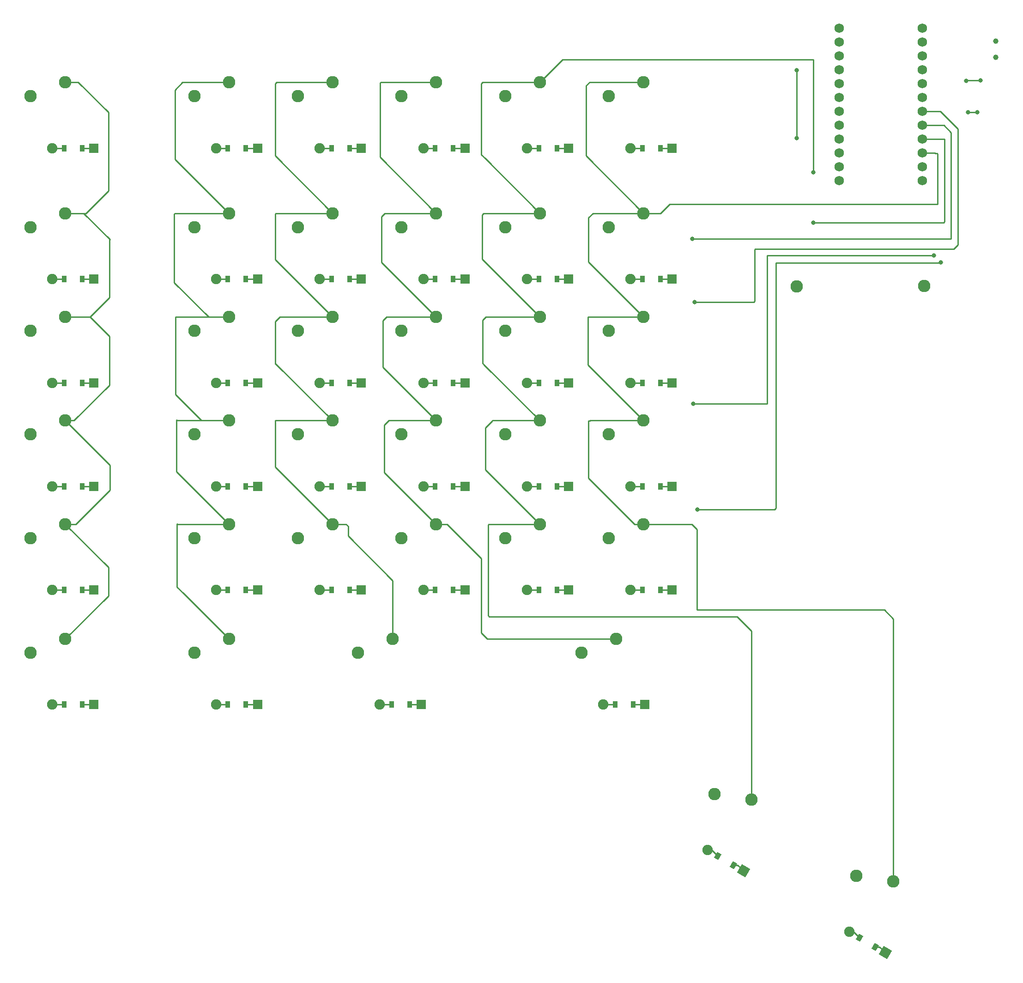
<source format=gbr>
%TF.GenerationSoftware,KiCad,Pcbnew,8.0.5*%
%TF.CreationDate,2024-10-12T19:47:22+02:00*%
%TF.ProjectId,finishedleftpcb,66696e69-7368-4656-946c-656674706362,v1.0.0*%
%TF.SameCoordinates,Original*%
%TF.FileFunction,Copper,L2,Bot*%
%TF.FilePolarity,Positive*%
%FSLAX46Y46*%
G04 Gerber Fmt 4.6, Leading zero omitted, Abs format (unit mm)*
G04 Created by KiCad (PCBNEW 8.0.5) date 2024-10-12 19:47:22*
%MOMM*%
%LPD*%
G01*
G04 APERTURE LIST*
G04 Aperture macros list*
%AMRotRect*
0 Rectangle, with rotation*
0 The origin of the aperture is its center*
0 $1 length*
0 $2 width*
0 $3 Rotation angle, in degrees counterclockwise*
0 Add horizontal line*
21,1,$1,$2,0,0,$3*%
G04 Aperture macros list end*
%TA.AperFunction,ComponentPad*%
%ADD10C,2.286000*%
%TD*%
%TA.AperFunction,ComponentPad*%
%ADD11R,1.778000X1.778000*%
%TD*%
%TA.AperFunction,SMDPad,CuDef*%
%ADD12R,0.900000X1.200000*%
%TD*%
%TA.AperFunction,ComponentPad*%
%ADD13C,1.905000*%
%TD*%
%TA.AperFunction,ComponentPad*%
%ADD14RotRect,1.778000X1.778000X150.000000*%
%TD*%
%TA.AperFunction,SMDPad,CuDef*%
%ADD15RotRect,0.900000X1.200000X150.000000*%
%TD*%
%TA.AperFunction,ComponentPad*%
%ADD16C,1.752600*%
%TD*%
%TA.AperFunction,WasherPad*%
%ADD17C,1.000000*%
%TD*%
%TA.AperFunction,ViaPad*%
%ADD18C,0.800000*%
%TD*%
%TA.AperFunction,Conductor*%
%ADD19C,0.250000*%
%TD*%
G04 APERTURE END LIST*
D10*
%TO.P,S58,1*%
%TO.N,P111*%
X179001601Y-59377468D03*
%TO.P,S58,2*%
%TO.N,f5_escaperow*%
X172651601Y-61917468D03*
%TD*%
%TO.P,S64,1*%
%TO.N,P111*%
X224813465Y-205828059D03*
%TO.P,S64,2*%
%TO.N,thumbkey_thumbrow*%
X218044203Y-204852763D03*
%TD*%
D11*
%TO.P,D60,1*%
%TO.N,P024*%
X108271601Y-173457468D03*
D12*
X106111601Y-173457468D03*
%TO.P,D60,2*%
%TO.N,winkey_thumbrow*%
X102811601Y-173457468D03*
D13*
X100651601Y-173457468D03*
%TD*%
D11*
%TO.P,D22,1*%
%TO.N,P020*%
X78271601Y-133457468D03*
D12*
X76111601Y-133457468D03*
%TO.P,D22,2*%
%TO.N,tabcapsshift_tab*%
X72811601Y-133457468D03*
D13*
X70651601Y-133457468D03*
%TD*%
D10*
%TO.P,S13,1*%
%TO.N,P113*%
X160001601Y-140377468D03*
%TO.P,S13,2*%
%TO.N,4rfvcol_zxcrow*%
X153651601Y-142917468D03*
%TD*%
D11*
%TO.P,D3,1*%
%TO.N,P017*%
X108271601Y-114457468D03*
D12*
X106111601Y-114457468D03*
%TO.P,D3,2*%
%TO.N,1qazcol_qwerow*%
X102811601Y-114457468D03*
D13*
X100651601Y-114457468D03*
%TD*%
D10*
%TO.P,S24,1*%
%TO.N,P031*%
X73001601Y-83377468D03*
%TO.P,S24,2*%
%TO.N,tabcapsshift_shift*%
X66651601Y-85917468D03*
%TD*%
D11*
%TO.P,D17,1*%
%TO.N,P022*%
X184271601Y-152457468D03*
D12*
X182111601Y-152457468D03*
%TO.P,D17,2*%
%TO.N,5tgbcol_zxcrow*%
X178811601Y-152457468D03*
D13*
X176651601Y-152457468D03*
%TD*%
D10*
%TO.P,S1,1*%
%TO.N,P029*%
X103001601Y-140377468D03*
%TO.P,S1,2*%
%TO.N,1qazcol_zxcrow*%
X96651601Y-142917468D03*
%TD*%
%TO.P,S54,1*%
%TO.N,P029*%
X103001601Y-59377468D03*
%TO.P,S54,2*%
%TO.N,f1_escaperow*%
X96651601Y-61917468D03*
%TD*%
D11*
%TO.P,D12,1*%
%TO.N,P008*%
X146271601Y-95457468D03*
D12*
X144111601Y-95457468D03*
%TO.P,D12,2*%
%TO.N,3edccol_numberrow*%
X140811601Y-95457468D03*
D13*
X138651601Y-95457468D03*
%TD*%
D10*
%TO.P,S15,1*%
%TO.N,P113*%
X160001601Y-102377468D03*
%TO.P,S15,2*%
%TO.N,4rfvcol_qwerow*%
X153651601Y-104917468D03*
%TD*%
%TO.P,S23,1*%
%TO.N,P031*%
X73001601Y-102377468D03*
%TO.P,S23,2*%
%TO.N,tabcapsshift_caps*%
X66651601Y-104917468D03*
%TD*%
%TO.P,S11,1*%
%TO.N,P115*%
X141001601Y-102377468D03*
%TO.P,S11,2*%
%TO.N,3edccol_qwerow*%
X134651601Y-104917468D03*
%TD*%
D11*
%TO.P,D20,1*%
%TO.N,P008*%
X184271601Y-95457468D03*
D12*
X182111601Y-95457468D03*
%TO.P,D20,2*%
%TO.N,5tgbcol_numberrow*%
X178811601Y-95457468D03*
D13*
X176651601Y-95457468D03*
%TD*%
D10*
%TO.P,S16,1*%
%TO.N,P113*%
X160001601Y-83377468D03*
%TO.P,S16,2*%
%TO.N,4rfvcol_numberrow*%
X153651601Y-85917468D03*
%TD*%
%TO.P,,1*%
%TO.N,batteryplus*%
X230500000Y-96700000D03*
%TD*%
D11*
%TO.P,D23,1*%
%TO.N,P017*%
X78271601Y-114457468D03*
D12*
X76111601Y-114457468D03*
%TO.P,D23,2*%
%TO.N,tabcapsshift_caps*%
X72811601Y-114457468D03*
D13*
X70651601Y-114457468D03*
%TD*%
D11*
%TO.P,D16,1*%
%TO.N,P008*%
X165271601Y-95457468D03*
D12*
X163111601Y-95457468D03*
%TO.P,D16,2*%
%TO.N,4rfvcol_numberrow*%
X159811601Y-95457468D03*
D13*
X157651601Y-95457468D03*
%TD*%
D10*
%TO.P,S56,1*%
%TO.N,P115*%
X141001601Y-59377468D03*
%TO.P,S56,2*%
%TO.N,f3_escaperow*%
X134651601Y-61917468D03*
%TD*%
%TO.P,S17,1*%
%TO.N,P111*%
X179001601Y-140377468D03*
%TO.P,S17,2*%
%TO.N,5tgbcol_zxcrow*%
X172651601Y-142917468D03*
%TD*%
D11*
%TO.P,D61,1*%
%TO.N,P024*%
X138271601Y-173457468D03*
D12*
X136111601Y-173457468D03*
%TO.P,D61,2*%
%TO.N,alt_thumbrow*%
X132811601Y-173457468D03*
D13*
X130651601Y-173457468D03*
%TD*%
D10*
%TO.P,S7,1*%
%TO.N,P002*%
X122001601Y-102377468D03*
%TO.P,S7,2*%
%TO.N,2wsxcol_qwerow*%
X115651601Y-104917468D03*
%TD*%
%TO.P,S55,1*%
%TO.N,P002*%
X122001601Y-59377468D03*
%TO.P,S55,2*%
%TO.N,f2_escaperow*%
X115651601Y-61917468D03*
%TD*%
D11*
%TO.P,D62,1*%
%TO.N,P024*%
X179271601Y-173457468D03*
D12*
X177111601Y-173457468D03*
%TO.P,D62,2*%
%TO.N,space_thumbrow*%
X173811601Y-173457468D03*
D13*
X171651601Y-173457468D03*
%TD*%
D10*
%TO.P,S20,1*%
%TO.N,P111*%
X179001601Y-83377468D03*
%TO.P,S20,2*%
%TO.N,5tgbcol_numberrow*%
X172651601Y-85917468D03*
%TD*%
D11*
%TO.P,D58,1*%
%TO.N,P006*%
X184271601Y-71457468D03*
D12*
X182111601Y-71457468D03*
%TO.P,D58,2*%
%TO.N,f5_escaperow*%
X178811601Y-71457468D03*
D13*
X176651601Y-71457468D03*
%TD*%
D10*
%TO.P,S60,1*%
%TO.N,P029*%
X103001601Y-161377468D03*
%TO.P,S60,2*%
%TO.N,winkey_thumbrow*%
X96651601Y-163917468D03*
%TD*%
D11*
%TO.P,D5,1*%
%TO.N,P022*%
X127271601Y-152457468D03*
D12*
X125111601Y-152457468D03*
%TO.P,D5,2*%
%TO.N,2wsxcol_zxcrow*%
X121811601Y-152457468D03*
D13*
X119651601Y-152457468D03*
%TD*%
D14*
%TO.P,D63,1*%
%TO.N,P024*%
X197356657Y-203924646D03*
D15*
X195486042Y-202844646D03*
%TO.P,D63,2*%
%TO.N,ctrl2_thumbrow*%
X192628158Y-201194646D03*
D13*
X190757543Y-200114646D03*
%TD*%
D10*
%TO.P,S62,1*%
%TO.N,P115*%
X174001601Y-161377468D03*
%TO.P,S62,2*%
%TO.N,space_thumbrow*%
X167651601Y-163917468D03*
%TD*%
D11*
%TO.P,D54,1*%
%TO.N,P006*%
X108271601Y-71457468D03*
D12*
X106111601Y-71457468D03*
%TO.P,D54,2*%
%TO.N,f1_escaperow*%
X102811601Y-71457468D03*
D13*
X100651601Y-71457468D03*
%TD*%
D10*
%TO.P,S4,1*%
%TO.N,P029*%
X103001601Y-83377468D03*
%TO.P,S4,2*%
%TO.N,1qazcol_numberrow*%
X96651601Y-85917468D03*
%TD*%
D11*
%TO.P,D21,1*%
%TO.N,P022*%
X78271601Y-152457468D03*
D12*
X76111601Y-152457468D03*
%TO.P,D21,2*%
%TO.N,tabcapsshift_tylda*%
X72811601Y-152457468D03*
D13*
X70651601Y-152457468D03*
%TD*%
D10*
%TO.P,S8,1*%
%TO.N,P002*%
X122001601Y-83377468D03*
%TO.P,S8,2*%
%TO.N,2wsxcol_numberrow*%
X115651601Y-85917468D03*
%TD*%
D11*
%TO.P,D57,1*%
%TO.N,P006*%
X165271601Y-71457468D03*
D12*
X163111601Y-71457468D03*
%TO.P,D57,2*%
%TO.N,f4_escaperow*%
X159811601Y-71457468D03*
D13*
X157651601Y-71457468D03*
%TD*%
D10*
%TO.P,S21,1*%
%TO.N,P031*%
X73001601Y-140377468D03*
%TO.P,S21,2*%
%TO.N,tabcapsshift_tylda*%
X66651601Y-142917468D03*
%TD*%
%TO.P,S12,1*%
%TO.N,P115*%
X141001601Y-83377468D03*
%TO.P,S12,2*%
%TO.N,3edccol_numberrow*%
X134651601Y-85917468D03*
%TD*%
D11*
%TO.P,D59,1*%
%TO.N,P024*%
X78271601Y-173457468D03*
D12*
X76111601Y-173457468D03*
%TO.P,D59,2*%
%TO.N,ctrl_thumbrow*%
X72811601Y-173457468D03*
D13*
X70651601Y-173457468D03*
%TD*%
D10*
%TO.P,S3,1*%
%TO.N,P029*%
X103001601Y-102377468D03*
%TO.P,S3,2*%
%TO.N,1qazcol_qwerow*%
X96651601Y-104917468D03*
%TD*%
D11*
%TO.P,D11,1*%
%TO.N,P017*%
X146271601Y-114457468D03*
D12*
X144111601Y-114457468D03*
%TO.P,D11,2*%
%TO.N,3edccol_qwerow*%
X140811601Y-114457468D03*
D13*
X138651601Y-114457468D03*
%TD*%
D11*
%TO.P,D6,1*%
%TO.N,P020*%
X127271601Y-133457468D03*
D12*
X125111601Y-133457468D03*
%TO.P,D6,2*%
%TO.N,2wsxcol_asdrow*%
X121811601Y-133457468D03*
D13*
X119651601Y-133457468D03*
%TD*%
D16*
%TO.P,MCU1,1*%
%TO.N,P006*%
X214841601Y-49487468D03*
%TO.P,MCU1,2*%
%TO.N,P008*%
X214841601Y-52027468D03*
%TO.P,MCU1,3*%
%TO.N,GND*%
X214841601Y-54567468D03*
%TO.P,MCU1,4*%
X214841601Y-57107468D03*
%TO.P,MCU1,5*%
%TO.N,P017*%
X214841601Y-59647468D03*
%TO.P,MCU1,6*%
%TO.N,P020*%
X214841601Y-62187468D03*
%TO.P,MCU1,7*%
%TO.N,P022*%
X214841601Y-64727468D03*
%TO.P,MCU1,8*%
%TO.N,P024*%
X214841601Y-67267468D03*
%TO.P,MCU1,9*%
%TO.N,P100*%
X214841601Y-69807468D03*
%TO.P,MCU1,10*%
%TO.N,P011*%
X214841601Y-72347468D03*
%TO.P,MCU1,11*%
%TO.N,P104*%
X214841601Y-74887468D03*
%TO.P,MCU1,12*%
%TO.N,P106*%
X214841601Y-77427468D03*
%TO.P,MCU1,13*%
%TO.N,P009*%
X230081601Y-77427468D03*
%TO.P,MCU1,14*%
%TO.N,P010*%
X230081601Y-74887468D03*
%TO.P,MCU1,15*%
%TO.N,P111*%
X230081601Y-72347468D03*
%TO.P,MCU1,16*%
%TO.N,P113*%
X230081601Y-69807468D03*
%TO.P,MCU1,17*%
%TO.N,P115*%
X230081601Y-67267468D03*
%TO.P,MCU1,18*%
%TO.N,P002*%
X230081601Y-64727468D03*
%TO.P,MCU1,19*%
%TO.N,P029*%
X230081601Y-62187468D03*
%TO.P,MCU1,20*%
%TO.N,P031*%
X230081601Y-59647468D03*
%TO.P,MCU1,21*%
%TO.N,VCC*%
X230081601Y-57107468D03*
%TO.P,MCU1,22*%
%TO.N,RST*%
X230081601Y-54567468D03*
%TO.P,MCU1,23*%
%TO.N,GND*%
X230081601Y-52027468D03*
%TO.P,MCU1,24*%
%TO.N,RAW*%
X230081601Y-49487468D03*
%TD*%
D11*
%TO.P,D14,1*%
%TO.N,P020*%
X165271601Y-133457468D03*
D12*
X163111601Y-133457468D03*
%TO.P,D14,2*%
%TO.N,4rfvcol_asdrow*%
X159811601Y-133457468D03*
D13*
X157651601Y-133457468D03*
%TD*%
D10*
%TO.P,S2,1*%
%TO.N,P029*%
X103001601Y-121377468D03*
%TO.P,S2,2*%
%TO.N,1qazcol_asdrow*%
X96651601Y-123917468D03*
%TD*%
%TO.P,S10,1*%
%TO.N,P115*%
X141001601Y-121377468D03*
%TO.P,S10,2*%
%TO.N,3edccol_asdrow*%
X134651601Y-123917468D03*
%TD*%
D11*
%TO.P,D13,1*%
%TO.N,P022*%
X165271601Y-152457468D03*
D12*
X163111601Y-152457468D03*
%TO.P,D13,2*%
%TO.N,4rfvcol_zxcrow*%
X159811601Y-152457468D03*
D13*
X157651601Y-152457468D03*
%TD*%
D11*
%TO.P,D18,1*%
%TO.N,P020*%
X184271601Y-133457468D03*
D12*
X182111601Y-133457468D03*
%TO.P,D18,2*%
%TO.N,5tgbcol_asdrow*%
X178811601Y-133457468D03*
D13*
X176651601Y-133457468D03*
%TD*%
D11*
%TO.P,D4,1*%
%TO.N,P008*%
X108271601Y-95457468D03*
D12*
X106111601Y-95457468D03*
%TO.P,D4,2*%
%TO.N,1qazcol_numberrow*%
X102811601Y-95457468D03*
D13*
X100651601Y-95457468D03*
%TD*%
D10*
%TO.P,S6,1*%
%TO.N,P002*%
X122001601Y-121377468D03*
%TO.P,S6,2*%
%TO.N,2wsxcol_asdrow*%
X115651601Y-123917468D03*
%TD*%
%TO.P,S22,1*%
%TO.N,P031*%
X73001601Y-121377468D03*
%TO.P,S22,2*%
%TO.N,tabcapsshift_tab*%
X66651601Y-123917468D03*
%TD*%
D11*
%TO.P,D7,1*%
%TO.N,P017*%
X127271601Y-114457468D03*
D12*
X125111601Y-114457468D03*
%TO.P,D7,2*%
%TO.N,2wsxcol_qwerow*%
X121811601Y-114457468D03*
D13*
X119651601Y-114457468D03*
%TD*%
D10*
%TO.P,S57,1*%
%TO.N,P113*%
X160001601Y-59377468D03*
%TO.P,S57,2*%
%TO.N,f4_escaperow*%
X153651601Y-61917468D03*
%TD*%
D11*
%TO.P,D56,1*%
%TO.N,P006*%
X146271601Y-71457468D03*
D12*
X144111601Y-71457468D03*
%TO.P,D56,2*%
%TO.N,f3_escaperow*%
X140811601Y-71457468D03*
D13*
X138651601Y-71457468D03*
%TD*%
D10*
%TO.P,S63,1*%
%TO.N,P113*%
X198832703Y-190828059D03*
%TO.P,S63,2*%
%TO.N,ctrl2_thumbrow*%
X192063441Y-189852763D03*
%TD*%
%TO.P,S59,1*%
%TO.N,P031*%
X73001601Y-161377468D03*
%TO.P,S59,2*%
%TO.N,ctrl_thumbrow*%
X66651601Y-163917468D03*
%TD*%
%TO.P,S19,1*%
%TO.N,P111*%
X179001601Y-102377468D03*
%TO.P,S19,2*%
%TO.N,5tgbcol_qwerow*%
X172651601Y-104917468D03*
%TD*%
D11*
%TO.P,D15,1*%
%TO.N,P017*%
X165271601Y-114457468D03*
D12*
X163111601Y-114457468D03*
%TO.P,D15,2*%
%TO.N,4rfvcol_qwerow*%
X159811601Y-114457468D03*
D13*
X157651601Y-114457468D03*
%TD*%
D10*
%TO.P,S53,1*%
%TO.N,P031*%
X73001601Y-59377468D03*
%TO.P,S53,2*%
%TO.N,esc_escaperow*%
X66651601Y-61917468D03*
%TD*%
D11*
%TO.P,D2,1*%
%TO.N,P020*%
X108271601Y-133457468D03*
D12*
X106111601Y-133457468D03*
%TO.P,D2,2*%
%TO.N,1qazcol_asdrow*%
X102811601Y-133457468D03*
D13*
X100651601Y-133457468D03*
%TD*%
D10*
%TO.P,S18,1*%
%TO.N,P111*%
X179001601Y-121377468D03*
%TO.P,S18,2*%
%TO.N,5tgbcol_asdrow*%
X172651601Y-123917468D03*
%TD*%
D11*
%TO.P,D53,1*%
%TO.N,P006*%
X78271601Y-71457468D03*
D12*
X76111601Y-71457468D03*
%TO.P,D53,2*%
%TO.N,esc_escaperow*%
X72811601Y-71457468D03*
D13*
X70651601Y-71457468D03*
%TD*%
D14*
%TO.P,D64,1*%
%TO.N,P024*%
X223337419Y-218924646D03*
D15*
X221466804Y-217844646D03*
%TO.P,D64,2*%
%TO.N,thumbkey_thumbrow*%
X218608920Y-216194646D03*
D13*
X216738305Y-215114646D03*
%TD*%
D11*
%TO.P,D55,1*%
%TO.N,P006*%
X127271601Y-71457468D03*
D12*
X125111601Y-71457468D03*
%TO.P,D55,2*%
%TO.N,f2_escaperow*%
X121811601Y-71457468D03*
D13*
X119651601Y-71457468D03*
%TD*%
D10*
%TO.P,,1*%
%TO.N,GND*%
X207100000Y-96800000D03*
%TD*%
%TO.P,S9,1*%
%TO.N,P115*%
X141001601Y-140377468D03*
%TO.P,S9,2*%
%TO.N,3edccol_zxcrow*%
X134651601Y-142917468D03*
%TD*%
D11*
%TO.P,D24,1*%
%TO.N,P008*%
X78271601Y-95457468D03*
D12*
X76111601Y-95457468D03*
%TO.P,D24,2*%
%TO.N,tabcapsshift_shift*%
X72811601Y-95457468D03*
D13*
X70651601Y-95457468D03*
%TD*%
D10*
%TO.P,S5,1*%
%TO.N,P002*%
X122001601Y-140377468D03*
%TO.P,S5,2*%
%TO.N,2wsxcol_zxcrow*%
X115651601Y-142917468D03*
%TD*%
%TO.P,S61,1*%
%TO.N,P002*%
X133001601Y-161377468D03*
%TO.P,S61,2*%
%TO.N,alt_thumbrow*%
X126651601Y-163917468D03*
%TD*%
D11*
%TO.P,D19,1*%
%TO.N,P017*%
X184271601Y-114457468D03*
D12*
X182111601Y-114457468D03*
%TO.P,D19,2*%
%TO.N,5tgbcol_qwerow*%
X178811601Y-114457468D03*
D13*
X176651601Y-114457468D03*
%TD*%
D11*
%TO.P,D9,1*%
%TO.N,P022*%
X146271601Y-152457468D03*
D12*
X144111601Y-152457468D03*
%TO.P,D9,2*%
%TO.N,3edccol_zxcrow*%
X140811601Y-152457468D03*
D13*
X138651601Y-152457468D03*
%TD*%
D11*
%TO.P,D8,1*%
%TO.N,P008*%
X127271601Y-95457468D03*
D12*
X125111601Y-95457468D03*
%TO.P,D8,2*%
%TO.N,2wsxcol_numberrow*%
X121811601Y-95457468D03*
D13*
X119651601Y-95457468D03*
%TD*%
D11*
%TO.P,D10,1*%
%TO.N,P020*%
X146271601Y-133457468D03*
D12*
X144111601Y-133457468D03*
%TO.P,D10,2*%
%TO.N,3edccol_asdrow*%
X140811601Y-133457468D03*
D13*
X138651601Y-133457468D03*
%TD*%
D10*
%TO.P,S14,1*%
%TO.N,P113*%
X160001601Y-121377468D03*
%TO.P,S14,2*%
%TO.N,4rfvcol_asdrow*%
X153651601Y-123917468D03*
%TD*%
D11*
%TO.P,D1,1*%
%TO.N,P022*%
X108271601Y-152457468D03*
D12*
X106111601Y-152457468D03*
%TO.P,D1,2*%
%TO.N,1qazcol_zxcrow*%
X102811601Y-152457468D03*
D13*
X100651601Y-152457468D03*
%TD*%
D17*
%TO.P,T1,*%
%TO.N,*%
X243600000Y-54800000D03*
X243600000Y-51800000D03*
%TD*%
D18*
%TO.N,P029*%
X188100000Y-118300000D03*
X232200000Y-91100000D03*
%TO.N,P002*%
X188400000Y-99700000D03*
%TO.N,P115*%
X188000000Y-88100000D03*
%TO.N,P113*%
X210100000Y-75900000D03*
X210100000Y-85100000D03*
%TO.N,P031*%
X233500000Y-92400000D03*
X188900000Y-137700000D03*
%TO.N,GND*%
X207100000Y-57200000D03*
X207100000Y-69600000D03*
X238200000Y-59100000D03*
X240800000Y-59000000D03*
%TO.N,RST*%
X240200000Y-64900000D03*
X238500000Y-64900000D03*
%TD*%
D19*
%TO.N,P008*%
X106111601Y-95457468D02*
X108271601Y-95457468D01*
%TO.N,P024*%
X222257419Y-217844646D02*
X223337419Y-218924646D01*
X221466804Y-217844646D02*
X222257419Y-217844646D01*
%TO.N,thumbkey_thumbrow*%
X217528920Y-215114646D02*
X218608920Y-216194646D01*
X216738305Y-215114646D02*
X217528920Y-215114646D01*
%TO.N,P024*%
X195486042Y-202844646D02*
X196276657Y-202844646D01*
X196276657Y-202844646D02*
X197356657Y-203924646D01*
%TO.N,ctrl2_thumbrow*%
X191548158Y-200114646D02*
X192628158Y-201194646D01*
X190757543Y-200114646D02*
X191548158Y-200114646D01*
%TO.N,P024*%
X177111601Y-173457468D02*
X179271601Y-173457468D01*
%TO.N,space_thumbrow*%
X171651601Y-173457468D02*
X173811601Y-173457468D01*
%TO.N,P024*%
X136111601Y-173457468D02*
X138271601Y-173457468D01*
%TO.N,alt_thumbrow*%
X130651601Y-173457468D02*
X132811601Y-173457468D01*
%TO.N,P024*%
X106111601Y-173457468D02*
X108271601Y-173457468D01*
%TO.N,winkey_thumbrow*%
X100651601Y-173457468D02*
X102811601Y-173457468D01*
%TO.N,P024*%
X76111601Y-173457468D02*
X78271601Y-173457468D01*
%TO.N,ctrl_thumbrow*%
X70651601Y-173457468D02*
X72811601Y-173457468D01*
%TO.N,P022*%
X182111601Y-152457468D02*
X184271601Y-152457468D01*
%TO.N,5tgbcol_zxcrow*%
X176651601Y-152457468D02*
X178811601Y-152457468D01*
%TO.N,P022*%
X163111601Y-152457468D02*
X165271601Y-152457468D01*
%TO.N,4rfvcol_zxcrow*%
X157651601Y-152457468D02*
X159811601Y-152457468D01*
%TO.N,P022*%
X144111601Y-152457468D02*
X146271601Y-152457468D01*
%TO.N,3edccol_zxcrow*%
X138651601Y-152457468D02*
X140811601Y-152457468D01*
%TO.N,P022*%
X125111601Y-152457468D02*
X127271601Y-152457468D01*
%TO.N,2wsxcol_zxcrow*%
X119651601Y-152457468D02*
X121811601Y-152457468D01*
%TO.N,P022*%
X106111601Y-152457468D02*
X108271601Y-152457468D01*
%TO.N,1qazcol_zxcrow*%
X100651601Y-152457468D02*
X102811601Y-152457468D01*
%TO.N,P022*%
X76111601Y-152457468D02*
X78271601Y-152457468D01*
%TO.N,tabcapsshift_tylda*%
X70651601Y-152457468D02*
X72811601Y-152457468D01*
%TO.N,P020*%
X182111601Y-133457468D02*
X184271601Y-133457468D01*
%TO.N,5tgbcol_asdrow*%
X176651601Y-133457468D02*
X178811601Y-133457468D01*
%TO.N,P020*%
X163111601Y-133457468D02*
X165271601Y-133457468D01*
%TO.N,4rfvcol_asdrow*%
X157651601Y-133457468D02*
X159811601Y-133457468D01*
%TO.N,P020*%
X144111601Y-133457468D02*
X146271601Y-133457468D01*
%TO.N,3edccol_asdrow*%
X138651601Y-133457468D02*
X140811601Y-133457468D01*
%TO.N,P020*%
X125111601Y-133457468D02*
X127271601Y-133457468D01*
%TO.N,2wsxcol_asdrow*%
X119651601Y-133457468D02*
X121811601Y-133457468D01*
%TO.N,P020*%
X106111601Y-133457468D02*
X108271601Y-133457468D01*
%TO.N,1qazcol_asdrow*%
X100651601Y-133457468D02*
X102811601Y-133457468D01*
%TO.N,P020*%
X76111601Y-133457468D02*
X78271601Y-133457468D01*
%TO.N,tabcapsshift_tab*%
X70651601Y-133457468D02*
X72811601Y-133457468D01*
%TO.N,P017*%
X182111601Y-114457468D02*
X184271601Y-114457468D01*
%TO.N,5tgbcol_qwerow*%
X176651601Y-114457468D02*
X178811601Y-114457468D01*
%TO.N,P017*%
X163111601Y-114457468D02*
X165271601Y-114457468D01*
%TO.N,4rfvcol_qwerow*%
X157651601Y-114457468D02*
X159811601Y-114457468D01*
%TO.N,P017*%
X144111601Y-114457468D02*
X146271601Y-114457468D01*
%TO.N,3edccol_qwerow*%
X138651601Y-114457468D02*
X140811601Y-114457468D01*
%TO.N,P017*%
X125111601Y-114457468D02*
X127271601Y-114457468D01*
%TO.N,2wsxcol_qwerow*%
X119651601Y-114457468D02*
X121811601Y-114457468D01*
%TO.N,P017*%
X106111601Y-114457468D02*
X108271601Y-114457468D01*
%TO.N,1qazcol_qwerow*%
X100651601Y-114457468D02*
X102811601Y-114457468D01*
%TO.N,P017*%
X76111601Y-114457468D02*
X78271601Y-114457468D01*
%TO.N,tabcapsshift_caps*%
X70651601Y-114457468D02*
X72811601Y-114457468D01*
%TO.N,P008*%
X76111601Y-95457468D02*
X78271601Y-95457468D01*
%TO.N,tabcapsshift_shift*%
X70651601Y-95457468D02*
X72811601Y-95457468D01*
%TO.N,1qazcol_numberrow*%
X100651601Y-95457468D02*
X102811601Y-95457468D01*
%TO.N,2wsxcol_numberrow*%
X119651601Y-95457468D02*
X121811601Y-95457468D01*
%TO.N,P008*%
X125111601Y-95457468D02*
X127271601Y-95457468D01*
%TO.N,3edccol_numberrow*%
X138651601Y-95457468D02*
X140811601Y-95457468D01*
%TO.N,P008*%
X144111601Y-95457468D02*
X146271601Y-95457468D01*
%TO.N,4rfvcol_numberrow*%
X157651601Y-95457468D02*
X159811601Y-95457468D01*
%TO.N,P008*%
X163111601Y-95457468D02*
X165271601Y-95457468D01*
%TO.N,5tgbcol_numberrow*%
X176651601Y-95457468D02*
X178811601Y-95457468D01*
%TO.N,P008*%
X182111601Y-95457468D02*
X184271601Y-95457468D01*
%TO.N,P006*%
X182111601Y-71457468D02*
X184271601Y-71457468D01*
%TO.N,f5_escaperow*%
X176651601Y-71457468D02*
X178811601Y-71457468D01*
%TO.N,P006*%
X163111601Y-71457468D02*
X165271601Y-71457468D01*
%TO.N,f4_escaperow*%
X157651601Y-71457468D02*
X159811601Y-71457468D01*
%TO.N,P006*%
X144111601Y-71457468D02*
X146271601Y-71457468D01*
%TO.N,f3_escaperow*%
X138651601Y-71457468D02*
X140811601Y-71457468D01*
%TO.N,P006*%
X125111601Y-71457468D02*
X127271601Y-71457468D01*
%TO.N,f2_escaperow*%
X119651601Y-71457468D02*
X121811601Y-71457468D01*
%TO.N,P006*%
X106111601Y-71457468D02*
X108271601Y-71457468D01*
%TO.N,f1_escaperow*%
X100651601Y-71457468D02*
X102811601Y-71457468D01*
%TO.N,P006*%
X76111601Y-71457468D02*
X78271601Y-71457468D01*
%TO.N,esc_escaperow*%
X70757468Y-71457468D02*
X72811601Y-71457468D01*
X70700000Y-71400000D02*
X70757468Y-71457468D01*
X70651601Y-71448399D02*
X70700000Y-71400000D01*
X70651601Y-71457468D02*
X70651601Y-71448399D01*
%TO.N,P029*%
X99277468Y-102377468D02*
X103001601Y-102377468D01*
X93222532Y-102377468D02*
X93200000Y-102400000D01*
X93577468Y-140377468D02*
X93500000Y-140300000D01*
X93500000Y-151875868D02*
X94662066Y-153037934D01*
X103001601Y-102377468D02*
X93222532Y-102377468D01*
X97977468Y-121377468D02*
X103001601Y-121377468D01*
X93477468Y-121377468D02*
X93400000Y-121300000D01*
X93200000Y-116600000D02*
X97977468Y-121377468D01*
X93100000Y-60800000D02*
X93100000Y-73475867D01*
X93400000Y-121300000D02*
X93400000Y-130775867D01*
X93000000Y-96100000D02*
X99277468Y-102377468D01*
X93200000Y-102400000D02*
X93200000Y-116600000D01*
X93400000Y-130775867D02*
X103001601Y-140377468D01*
X103001601Y-83377468D02*
X93122532Y-83377468D01*
X103001601Y-161377468D02*
X103001601Y-161598399D01*
X93122532Y-83377468D02*
X93000000Y-83500000D01*
X94522532Y-59377468D02*
X93100000Y-60800000D01*
X103001601Y-59377468D02*
X94522532Y-59377468D01*
X188100000Y-118300000D02*
X201700000Y-118300000D01*
X201700000Y-91100000D02*
X232200000Y-91100000D01*
X201700000Y-118300000D02*
X201700000Y-91100000D01*
X93000000Y-83500000D02*
X93000000Y-96100000D01*
X94662066Y-153037934D02*
X103001601Y-161377468D01*
X103001601Y-140377468D02*
X93577468Y-140377468D01*
X103001601Y-121377468D02*
X93477468Y-121377468D01*
X93100000Y-73475867D02*
X103001601Y-83377468D01*
X103000000Y-161600000D02*
X103001601Y-161598399D01*
X93500000Y-140300000D02*
X93500000Y-151875868D01*
%TO.N,P002*%
X124850000Y-142550000D02*
X133001601Y-150701601D01*
X122001601Y-83377468D02*
X111500000Y-72875867D01*
X199400000Y-90000000D02*
X199500000Y-89900000D01*
X199200000Y-99700000D02*
X199400000Y-99500000D01*
X199400000Y-99500000D02*
X199400000Y-90000000D01*
X124850000Y-140750000D02*
X124850000Y-142550000D01*
X235900000Y-89900000D02*
X236600000Y-89200000D01*
X111622532Y-83377468D02*
X122001601Y-83377468D01*
X111722532Y-59377468D02*
X122001601Y-59377468D01*
X199500000Y-89900000D02*
X235900000Y-89900000D01*
X111500000Y-129875867D02*
X111500000Y-121400000D01*
X111500000Y-111000000D02*
X111624133Y-111000000D01*
X111522532Y-121377468D02*
X122001601Y-121377468D01*
X122001601Y-102377468D02*
X111500000Y-91875867D01*
X233427468Y-64727468D02*
X230081601Y-64727468D01*
X133001601Y-150701601D02*
X133001601Y-161377468D01*
X236600000Y-67900000D02*
X233427468Y-64727468D01*
X122001601Y-102377468D02*
X112322532Y-102377468D01*
X188400000Y-99700000D02*
X199200000Y-99700000D01*
X124477468Y-140377468D02*
X124850000Y-140750000D01*
X111500000Y-103200000D02*
X111500000Y-111000000D01*
X122001601Y-140377468D02*
X111500000Y-129875867D01*
X111500000Y-83500000D02*
X111622532Y-83377468D01*
X111500000Y-72875867D02*
X111500000Y-59600000D01*
X112322532Y-102377468D02*
X111500000Y-103200000D01*
X111500000Y-91875867D02*
X111500000Y-83500000D01*
X111624133Y-111000000D02*
X122001601Y-121377468D01*
X122001601Y-140377468D02*
X124477468Y-140377468D01*
X111500000Y-59600000D02*
X111722532Y-59377468D01*
X111500000Y-121400000D02*
X111522532Y-121377468D01*
X236600000Y-89200000D02*
X236600000Y-67900000D01*
%TO.N,P115*%
X149300000Y-146700000D02*
X142977468Y-140377468D01*
X141001601Y-83377468D02*
X130700000Y-73075867D01*
X141001601Y-121377468D02*
X132322532Y-121377468D01*
X131000000Y-83977468D02*
X131600000Y-83377468D01*
X235400000Y-88100000D02*
X235400000Y-68600000D01*
X131922532Y-102377468D02*
X131200000Y-103100000D01*
X131600000Y-83377468D02*
X141001601Y-83377468D01*
X132322532Y-121377468D02*
X131500000Y-122200000D01*
X131200000Y-111600000D02*
X131224134Y-111600000D01*
X141001601Y-102377468D02*
X131000000Y-92375867D01*
X131224134Y-111600000D02*
X133312067Y-113687933D01*
X150377468Y-161377468D02*
X149300000Y-160300000D01*
X149300000Y-160300000D02*
X149300000Y-146700000D01*
X141001601Y-102377468D02*
X131922532Y-102377468D01*
X142977468Y-140377468D02*
X141001601Y-140377468D01*
X131000000Y-92375867D02*
X131000000Y-83977468D01*
X234067468Y-67267468D02*
X230081601Y-67267468D01*
X130822532Y-59377468D02*
X141001601Y-59377468D01*
X174001601Y-161377468D02*
X150377468Y-161377468D01*
X131200000Y-103100000D02*
X131200000Y-111600000D01*
X130700000Y-73075867D02*
X130700000Y-59500000D01*
X131500000Y-130875867D02*
X141001601Y-140377468D01*
X131500000Y-122200000D02*
X131500000Y-130875867D01*
X188000000Y-88100000D02*
X235400000Y-88100000D01*
X133312067Y-113687933D02*
X141001601Y-121377468D01*
X235400000Y-68600000D02*
X234067468Y-67267468D01*
X130700000Y-59500000D02*
X130822532Y-59377468D01*
%TO.N,P113*%
X198832703Y-159932703D02*
X198832703Y-190828059D01*
X210000000Y-75700000D02*
X210100000Y-75800000D01*
X151300000Y-121377468D02*
X160001601Y-121377468D01*
X196200000Y-157300000D02*
X198832703Y-159932703D01*
X160001601Y-140377468D02*
X150622532Y-140377468D01*
X149300000Y-59600000D02*
X149300000Y-72675868D01*
X160001601Y-59377468D02*
X149522532Y-59377468D01*
X210100000Y-75800000D02*
X210100000Y-75900000D01*
X149912066Y-73287934D02*
X160001601Y-83377468D01*
X160001601Y-102377468D02*
X150122532Y-102377468D01*
X210100000Y-55200000D02*
X210100000Y-75600000D01*
X160001601Y-140377468D02*
X150024133Y-130400000D01*
X149500000Y-103000000D02*
X149500000Y-110875868D01*
X150024133Y-130400000D02*
X150000000Y-130400000D01*
X234200000Y-69800000D02*
X233900000Y-69800000D01*
X233892532Y-69807468D02*
X230081601Y-69807468D01*
X234200000Y-84900000D02*
X234200000Y-69800000D01*
X149522532Y-59377468D02*
X149300000Y-59600000D01*
X234000000Y-85100000D02*
X234200000Y-84900000D01*
X149812066Y-111187934D02*
X160001601Y-121377468D01*
X210100000Y-75600000D02*
X210000000Y-75700000D01*
X164179069Y-55200000D02*
X210100000Y-55200000D01*
X149424133Y-91800000D02*
X149400000Y-91800000D01*
X149300000Y-72675868D02*
X149912066Y-73287934D01*
X149500000Y-110875868D02*
X149812066Y-111187934D01*
X149400000Y-83700000D02*
X149722532Y-83377468D01*
X149722532Y-83377468D02*
X160001601Y-83377468D01*
X151300000Y-121400000D02*
X150000000Y-122700000D01*
X233900000Y-69800000D02*
X233892532Y-69807468D01*
X149400000Y-91800000D02*
X149400000Y-83700000D01*
X150500000Y-157100000D02*
X150700000Y-157300000D01*
X150122532Y-102377468D02*
X149500000Y-103000000D01*
X160001601Y-102377468D02*
X149424133Y-91800000D01*
X150000000Y-130400000D02*
X150000000Y-122700000D01*
X151300000Y-121377468D02*
X151300000Y-121400000D01*
X150700000Y-157300000D02*
X196200000Y-157300000D01*
X160001601Y-59377468D02*
X164179069Y-55200000D01*
X150622532Y-140377468D02*
X150500000Y-140500000D01*
X150500000Y-140500000D02*
X150500000Y-157100000D01*
X210100000Y-85100000D02*
X234000000Y-85100000D01*
%TO.N,P111*%
X169222532Y-121377468D02*
X179001601Y-121377468D01*
X168800000Y-111175867D02*
X168800000Y-102400000D01*
X168800000Y-102400000D02*
X168822532Y-102377468D01*
X232900000Y-72500000D02*
X232800000Y-72400000D01*
X232800000Y-72400000D02*
X232500000Y-72400000D01*
X179001601Y-140377468D02*
X187877468Y-140377468D01*
X177377468Y-140377468D02*
X168900000Y-131900000D01*
X168500000Y-60000000D02*
X168500000Y-72875867D01*
X188800000Y-141300000D02*
X188800000Y-156100000D01*
X232447468Y-72347468D02*
X230081601Y-72347468D01*
X168900000Y-84200000D02*
X168900000Y-92300000D01*
X183800000Y-81700000D02*
X232900000Y-81700000D01*
X168500000Y-72875867D02*
X179001601Y-83377468D01*
X168822532Y-102377468D02*
X179001601Y-102377468D01*
X179001601Y-121377468D02*
X168800000Y-111175867D01*
X182122532Y-83377468D02*
X183800000Y-81700000D01*
X168900000Y-92300000D02*
X168924133Y-92300000D01*
X169200000Y-121400000D02*
X169222532Y-121377468D01*
X232500000Y-72400000D02*
X232447468Y-72347468D01*
X232900000Y-81700000D02*
X232900000Y-72500000D01*
X179001601Y-83377468D02*
X182122532Y-83377468D01*
X179001601Y-140377468D02*
X177377468Y-140377468D01*
X224813465Y-157713465D02*
X224813465Y-205828059D01*
X179001601Y-59377468D02*
X169122532Y-59377468D01*
X179001601Y-83377468D02*
X169722532Y-83377468D01*
X168900000Y-121400000D02*
X169200000Y-121400000D01*
X168900000Y-131900000D02*
X168900000Y-121400000D01*
X169722532Y-83377468D02*
X168900000Y-84200000D01*
X187877468Y-140377468D02*
X188800000Y-141300000D01*
X168924133Y-92300000D02*
X179001601Y-102377468D01*
X188800000Y-156100000D02*
X223200000Y-156100000D01*
X169122532Y-59377468D02*
X168500000Y-60000000D01*
X223200000Y-156100000D02*
X224813465Y-157713465D01*
%TO.N,P031*%
X80900000Y-153479069D02*
X80900000Y-148275867D01*
X73001601Y-83377468D02*
X76822532Y-83377468D01*
X81200000Y-134100000D02*
X81200000Y-129575867D01*
X203300000Y-137400000D02*
X203300000Y-92500000D01*
X80900000Y-64900000D02*
X75377468Y-59377468D01*
X81200000Y-88200000D02*
X76377468Y-83377468D01*
X81100000Y-88300000D02*
X81200000Y-88200000D01*
X81100000Y-114895515D02*
X81100000Y-105900000D01*
X74618047Y-121377468D02*
X81100000Y-114895515D01*
X203300000Y-92500000D02*
X233400000Y-92500000D01*
X73001601Y-161377468D02*
X80900000Y-153479069D01*
X81100000Y-98800000D02*
X81100000Y-88300000D01*
X75377468Y-59377468D02*
X73001601Y-59377468D01*
X77577468Y-102377468D02*
X73001601Y-102377468D01*
X73001601Y-140377468D02*
X74922532Y-140377468D01*
X233400000Y-92500000D02*
X233500000Y-92400000D01*
X77522532Y-102377468D02*
X81100000Y-98800000D01*
X188900000Y-137700000D02*
X203000000Y-137700000D01*
X80900000Y-148275867D02*
X73001601Y-140377468D01*
X76822532Y-83377468D02*
X80900000Y-79300000D01*
X203000000Y-137700000D02*
X203300000Y-137400000D01*
X73001601Y-102377468D02*
X77522532Y-102377468D01*
X74922532Y-140377468D02*
X81200000Y-134100000D01*
X73001601Y-121377468D02*
X74618047Y-121377468D01*
X81100000Y-105900000D02*
X77577468Y-102377468D01*
X81200000Y-129575867D02*
X73001601Y-121377468D01*
X76377468Y-83377468D02*
X73001601Y-83377468D01*
X80900000Y-79300000D02*
X80900000Y-64900000D01*
%TO.N,GND*%
X207100000Y-69600000D02*
X207100000Y-57000000D01*
X238300000Y-59000000D02*
X238200000Y-59100000D01*
X240800000Y-59000000D02*
X238300000Y-59000000D01*
%TO.N,RST*%
X240200000Y-64900000D02*
X238500000Y-64900000D01*
%TD*%
M02*

</source>
